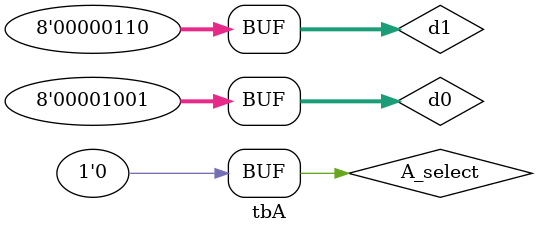
<source format=v>
`timescale 1ns / 1ps


module tbA;

	// Inputs
	reg [7:0] d0;
	reg [7:0] d1;
	reg A_select;

	// Outputs
	wire [7:0] op;

	// Instantiate the Unit Under Test (UUT)
	Amux uut (
		.d0(d0), 
		.d1(d1), 
		.A_select(A_select), 
		.op(op)
	);

	initial begin
		// Initialize Inputs
		d0 = 9;
		d1 = 6;
		A_select = 0;

		// Wait 100 ns for global reset to finish
		#100;
        
		// Add stimulus here

	end
      
endmodule


</source>
